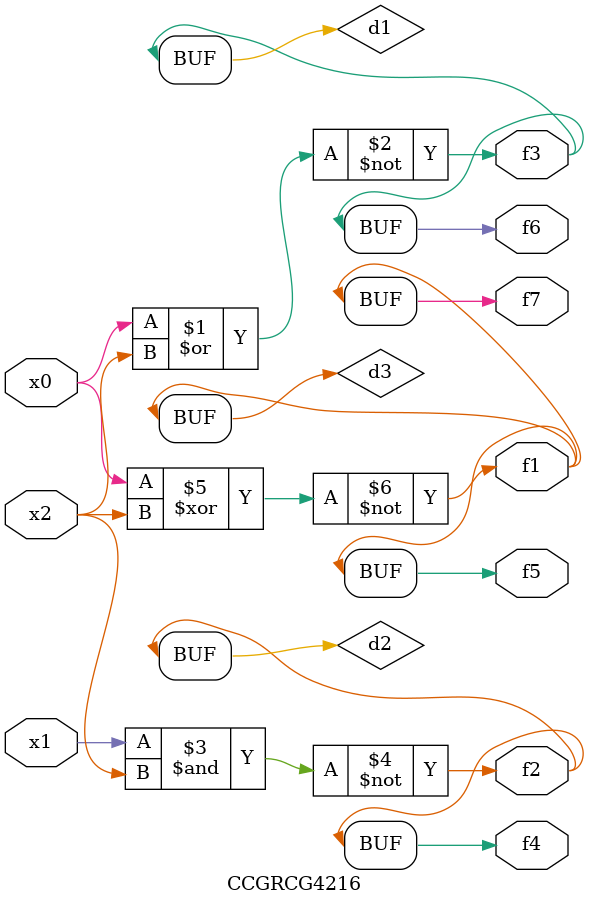
<source format=v>
module CCGRCG4216(
	input x0, x1, x2,
	output f1, f2, f3, f4, f5, f6, f7
);

	wire d1, d2, d3;

	nor (d1, x0, x2);
	nand (d2, x1, x2);
	xnor (d3, x0, x2);
	assign f1 = d3;
	assign f2 = d2;
	assign f3 = d1;
	assign f4 = d2;
	assign f5 = d3;
	assign f6 = d1;
	assign f7 = d3;
endmodule

</source>
